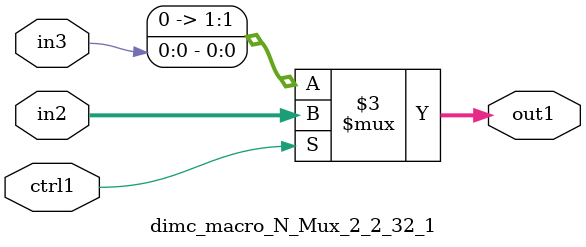
<source format=v>

`timescale 1ps / 1ps


module dimc_macro_N_Mux_2_2_32_1( in3, in2, ctrl1, out1 );

    input in3;
    input [1:0] in2;
    input ctrl1;
    output [1:0] out1;
    reg [1:0] out1;

    
    // rtl_process:dimc_macro_N_Mux_2_2_32_1/dimc_macro_N_Mux_2_2_32_1_thread_1
    always @*
      begin : dimc_macro_N_Mux_2_2_32_1_thread_1
        case (ctrl1) 
          1'b1: 
            begin
              out1 = in2;
            end
          default: 
            begin
              out1 = {1'b0, in3};
            end
        endcase
      end

endmodule



</source>
